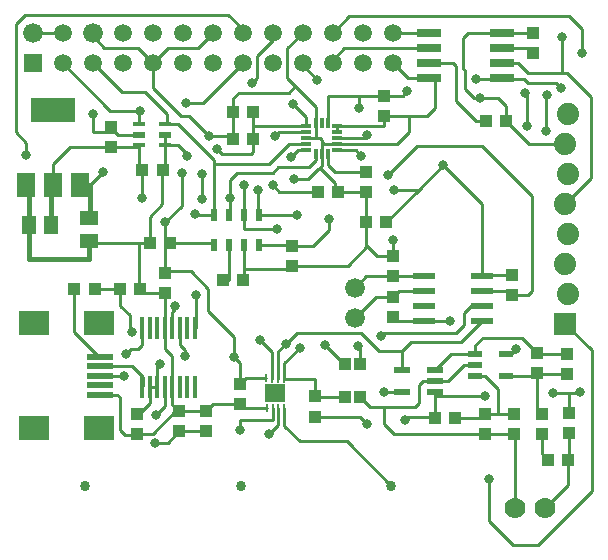
<source format=gbr>
G04 #@! TF.FileFunction,Copper,L1,Top,Signal*
%FSLAX46Y46*%
G04 Gerber Fmt 4.6, Leading zero omitted, Abs format (unit mm)*
G04 Created by KiCad (PCBNEW 4.0.0-rc2-stable) date 5/23/2016 2:13:21 PM*
%MOMM*%
G01*
G04 APERTURE LIST*
%ADD10C,0.100000*%
%ADD11R,0.965200X0.304800*%
%ADD12R,0.304800X0.965200*%
%ADD13R,1.000000X1.100000*%
%ADD14R,1.100000X1.000000*%
%ADD15R,0.508000X1.092200*%
%ADD16R,1.981200X0.558800*%
%ADD17C,1.676400*%
%ADD18R,1.498600X2.006600*%
%ADD19R,3.810000X2.006600*%
%ADD20R,1.500000X1.300000*%
%ADD21R,1.300000X1.500000*%
%ADD22R,0.280000X0.690000*%
%ADD23R,1.700000X1.500000*%
%ADD24C,0.863600*%
%ADD25R,1.200000X0.550000*%
%ADD26C,1.778000*%
%ADD27R,2.032000X0.660400*%
%ADD28R,2.500000X2.000000*%
%ADD29R,2.300000X0.500000*%
%ADD30R,0.355600X1.981200*%
%ADD31R,1.879600X1.879600*%
%ADD32C,1.879600*%
%ADD33R,1.100000X0.350000*%
%ADD34R,1.100000X0.600000*%
%ADD35R,1.508000X1.508000*%
%ADD36C,1.508000*%
%ADD37R,1.320800X0.558800*%
%ADD38C,0.804800*%
%ADD39C,0.254000*%
%ADD40C,0.406400*%
G04 APERTURE END LIST*
D10*
D11*
X148660300Y-90153000D03*
X148660300Y-90635600D03*
X148660300Y-91143600D03*
X148660300Y-91651600D03*
X148660300Y-92134200D03*
D12*
X149473100Y-92464400D03*
X149981100Y-92464400D03*
X150489100Y-92464400D03*
D11*
X151301900Y-92134200D03*
X151301900Y-91651600D03*
X151301900Y-91143600D03*
X151301900Y-90635600D03*
X151301900Y-90153000D03*
D12*
X150489100Y-89822800D03*
X149981100Y-89822800D03*
X149473100Y-89822800D03*
D13*
X155271100Y-89233600D03*
X155271100Y-87533600D03*
D14*
X151341100Y-95713600D03*
X149641100Y-95713600D03*
X142501100Y-91173600D03*
X144201100Y-91173600D03*
X142501100Y-88933600D03*
X144201100Y-88933600D03*
D13*
X153711100Y-95693600D03*
X153711100Y-93993600D03*
D15*
X140891500Y-100158200D03*
X142136100Y-100158200D03*
X143406100Y-100158200D03*
X144650700Y-100158200D03*
X144650700Y-97669000D03*
X143406100Y-97669000D03*
X142136100Y-97669000D03*
X140891500Y-97669000D03*
D14*
X135431100Y-100003600D03*
X137131100Y-100003600D03*
D13*
X147471100Y-101953600D03*
X147471100Y-100253600D03*
D14*
X141621100Y-103193600D03*
X143321100Y-103193600D03*
D16*
X158607300Y-102838600D03*
X158607300Y-104108600D03*
X158607300Y-105378600D03*
X158607300Y-106648600D03*
X163534900Y-106648600D03*
X163534900Y-105378600D03*
X163534900Y-104108600D03*
X163534900Y-102838600D03*
D14*
X166071100Y-104413600D03*
X166071100Y-102713600D03*
D17*
X152761100Y-106373600D03*
X152761100Y-103833600D03*
D13*
X156011100Y-101153600D03*
X156011100Y-102853600D03*
X156011100Y-106303600D03*
X156011100Y-104603600D03*
D14*
X153711100Y-98253600D03*
X155411100Y-98253600D03*
D18*
X124970500Y-95073200D03*
X127256500Y-95073200D03*
X129542500Y-95073200D03*
D19*
X127231100Y-88774000D03*
D20*
X130281100Y-97913600D03*
X130281100Y-99813600D03*
D21*
X127071100Y-98523600D03*
X125171100Y-98523600D03*
D14*
X136501100Y-93853600D03*
X134801100Y-93853600D03*
X132111100Y-90203600D03*
X132111100Y-91903600D03*
D22*
X145301100Y-111491600D03*
X145801100Y-111493600D03*
X146301100Y-111493600D03*
X146801100Y-111493600D03*
X145339100Y-113993600D03*
X145833100Y-113993600D03*
X146301100Y-113993600D03*
X146801100Y-113993600D03*
D23*
X146051100Y-112743600D03*
D13*
X143081100Y-113653600D03*
X143081100Y-111953600D03*
X136701100Y-104233600D03*
X136701100Y-102533600D03*
D14*
X149391100Y-113013600D03*
X149391100Y-114713600D03*
D24*
X155871100Y-120605600D03*
X143121100Y-120605600D03*
X129901100Y-120605600D03*
D25*
X162991000Y-109403600D03*
X162991000Y-110353600D03*
X162991000Y-111303600D03*
X165591200Y-111303600D03*
X165591200Y-109403600D03*
D13*
X161251100Y-114803600D03*
X159551100Y-114803600D03*
D14*
X163831100Y-116223600D03*
X163831100Y-114523600D03*
X168661100Y-114473600D03*
X168661100Y-116173600D03*
X170771100Y-109413600D03*
X170771100Y-111113600D03*
D13*
X168191100Y-111013600D03*
X168191100Y-109313600D03*
D14*
X170871100Y-118373600D03*
X169171100Y-118373600D03*
D13*
X166291100Y-114513600D03*
X166291100Y-116213600D03*
D26*
X168901100Y-122463600D03*
X166301100Y-122463600D03*
D27*
X159067700Y-82248600D03*
X165214500Y-82248600D03*
X159067700Y-83518600D03*
X159067700Y-84788600D03*
X165214500Y-83518600D03*
X165214500Y-84788600D03*
X159067700Y-86058600D03*
X165214500Y-86058600D03*
D13*
X163861100Y-89673600D03*
X165561100Y-89673600D03*
D14*
X167851100Y-83913600D03*
X167851100Y-82213600D03*
D13*
X137891100Y-115963600D03*
X137891100Y-114263600D03*
D14*
X129041100Y-103903600D03*
X130741100Y-103903600D03*
D13*
X140171100Y-115963600D03*
X140171100Y-114263600D03*
D14*
X132921100Y-103923600D03*
X134621100Y-103923600D03*
D13*
X134371100Y-114463600D03*
X134371100Y-116163600D03*
D28*
X131141100Y-115703600D03*
X131141100Y-106803600D03*
X125641100Y-115703600D03*
X125641100Y-106803600D03*
D29*
X131241100Y-111253600D03*
X131241100Y-112053600D03*
X131241100Y-110453600D03*
X131241100Y-109653600D03*
X131241100Y-112853600D03*
D30*
X139266300Y-107249800D03*
X138605900Y-107249800D03*
X137996300Y-107249800D03*
X137335900Y-107249800D03*
X136726300Y-107249800D03*
X136065900Y-107249800D03*
X135456300Y-107249800D03*
X134795900Y-107249800D03*
X134795900Y-112177400D03*
X135456300Y-112177400D03*
X136065900Y-112177400D03*
X136726300Y-112177400D03*
X137335900Y-112177400D03*
X137996300Y-112177400D03*
X138605900Y-112177400D03*
X139266300Y-112177400D03*
D31*
X170584100Y-106843600D03*
D32*
X170838100Y-104303600D03*
X170584100Y-101763600D03*
X170838100Y-99223600D03*
X170584100Y-96683600D03*
X170838100Y-94143600D03*
X170584100Y-91603600D03*
X170838100Y-89063600D03*
D33*
X136731100Y-89943600D03*
D34*
X136731100Y-90863600D03*
D33*
X136731100Y-91743600D03*
X134531100Y-89943600D03*
D34*
X134521100Y-90863600D03*
D33*
X134521100Y-91743600D03*
D35*
X125501100Y-84783600D03*
D17*
X125501100Y-82243600D03*
D36*
X128041100Y-84783600D03*
X128041100Y-82243600D03*
X130581100Y-84783600D03*
D17*
X130581100Y-82243600D03*
D36*
X133121100Y-84783600D03*
X133121100Y-82243600D03*
X135661100Y-84783600D03*
X135661100Y-82243600D03*
X138201100Y-84783600D03*
X138201100Y-82243600D03*
X140741100Y-84783600D03*
X140741100Y-82243600D03*
X143281100Y-84783600D03*
X143281100Y-82243600D03*
X145821100Y-84783600D03*
X145821100Y-82243600D03*
X148361100Y-84783600D03*
X148361100Y-82243600D03*
X150901100Y-84783600D03*
X150901100Y-82243600D03*
X153441100Y-84783600D03*
X153441100Y-82243600D03*
X155981100Y-84783600D03*
X155981100Y-82243600D03*
D13*
X151981100Y-113023600D03*
X153181100Y-113023600D03*
X153181100Y-110223600D03*
X151981100Y-110223600D03*
D14*
X170891100Y-116143600D03*
X170891100Y-114443600D03*
D37*
X159542700Y-112653400D03*
X159542700Y-111713600D03*
X159542700Y-110773800D03*
X156799500Y-110773800D03*
X156799500Y-112653400D03*
D38*
X138561100Y-92653600D03*
X140421100Y-90933600D03*
X156021100Y-99733600D03*
X160831100Y-106653600D03*
X147401100Y-92713600D03*
X147601100Y-94633600D03*
X145811100Y-95123600D03*
X146051100Y-90933600D03*
X139231100Y-97573600D03*
X144711100Y-108193600D03*
X155221100Y-112633600D03*
X155031100Y-107933600D03*
X134561100Y-88833600D03*
X142171100Y-96173600D03*
X146941100Y-108563600D03*
X136711100Y-98283600D03*
X134791100Y-96223600D03*
X147571100Y-88263600D03*
X153111100Y-88573600D03*
X157231100Y-87183600D03*
X163381100Y-87733600D03*
X142551100Y-109643600D03*
X153831100Y-115303600D03*
X169521100Y-112713600D03*
X157021100Y-115003600D03*
X141101100Y-92073600D03*
X138121100Y-94093600D03*
X150571100Y-97993600D03*
X163791100Y-112953600D03*
X166461100Y-108963600D03*
X171851100Y-112643600D03*
X160261100Y-93453600D03*
X156081100Y-95503600D03*
X131421100Y-93993600D03*
X148131100Y-108873600D03*
X143031100Y-115853600D03*
X145541100Y-116213600D03*
X149611100Y-86203600D03*
X163071100Y-86133600D03*
X170271100Y-86883600D03*
X170361100Y-82583600D03*
X137571100Y-105393600D03*
X139301100Y-104463600D03*
X133381100Y-109423600D03*
X133201100Y-111253600D03*
X133881100Y-107533600D03*
X135901100Y-116933600D03*
X135981100Y-114553600D03*
X136321100Y-110253600D03*
X138411100Y-109583600D03*
X153851100Y-90913600D03*
X144061100Y-86473600D03*
X153331100Y-92613600D03*
X143401100Y-95103600D03*
X146221100Y-98873600D03*
X150271100Y-108633600D03*
X138481100Y-88153600D03*
X130601100Y-89073600D03*
X155591100Y-94243600D03*
X139811100Y-96303600D03*
X139841100Y-94213600D03*
X124981100Y-92533600D03*
X164151100Y-120023600D03*
X167221100Y-87343600D03*
X167331100Y-90083600D03*
X172021100Y-83953600D03*
X169031100Y-87463600D03*
X168951100Y-90573600D03*
X144591100Y-95503600D03*
X147871100Y-97663600D03*
X153021100Y-108703600D03*
D39*
X159067700Y-86058600D02*
X157256100Y-86058600D01*
X157256100Y-86058600D02*
X155981100Y-84783600D01*
X159551100Y-86058600D02*
X159067700Y-86058600D01*
X140741100Y-82243600D02*
X140741100Y-82263600D01*
X140741100Y-82263600D02*
X139481100Y-83523600D01*
X139481100Y-83523600D02*
X136921100Y-83523600D01*
X136921100Y-83523600D02*
X135661100Y-84783600D01*
X147061100Y-86083600D02*
X147061100Y-83543600D01*
X147061100Y-83543600D02*
X148361100Y-82243600D01*
X143406100Y-100158200D02*
X143406100Y-102253600D01*
X143406100Y-102253600D02*
X143406100Y-103108600D01*
X143406100Y-103108600D02*
X143321100Y-103193600D01*
X147471100Y-101953600D02*
X147471100Y-102253600D01*
X147471100Y-102253600D02*
X143406100Y-102253600D01*
X135431100Y-100003600D02*
X134541100Y-100003600D01*
X134621100Y-103923600D02*
X134541100Y-103923600D01*
X134541100Y-103923600D02*
X134541100Y-100003600D01*
X136701100Y-104233600D02*
X134621100Y-104233600D01*
X134621100Y-104233600D02*
X134621100Y-103923600D01*
X136726300Y-107249800D02*
X136701100Y-107249800D01*
X136701100Y-107249800D02*
X136701100Y-104233600D01*
X136731100Y-90863600D02*
X136731100Y-91743600D01*
X136731100Y-91743600D02*
X136731100Y-91763600D01*
X136731100Y-91763600D02*
X137821100Y-91763600D01*
X137821100Y-91763600D02*
X138561100Y-92503600D01*
X138561100Y-92503600D02*
X138561100Y-92653600D01*
X140421100Y-90933600D02*
X142261100Y-90933600D01*
X142261100Y-90933600D02*
X142501100Y-91173600D01*
X142501100Y-91173600D02*
X142501100Y-88933600D01*
X151301900Y-90153000D02*
X155271100Y-90153000D01*
X155271100Y-90153000D02*
X155271100Y-89233600D01*
X149981100Y-92464400D02*
X149981100Y-91473600D01*
X149981100Y-91473600D02*
X149981100Y-91323600D01*
X149981100Y-91323600D02*
X149801100Y-91143600D01*
X149801100Y-91143600D02*
X149551100Y-91143600D01*
X149551100Y-91143600D02*
X148660300Y-91143600D01*
X151301900Y-91651600D02*
X150159100Y-91651600D01*
X150159100Y-91651600D02*
X149981100Y-91473600D01*
X149473100Y-89822800D02*
X149473100Y-91065600D01*
X149473100Y-91065600D02*
X149551100Y-91143600D01*
X135661100Y-84783600D02*
X135661100Y-86893600D01*
X135661100Y-86893600D02*
X138031100Y-89263600D01*
X138031100Y-89263600D02*
X138751100Y-89263600D01*
X138751100Y-89263600D02*
X140421100Y-90933600D01*
X155271100Y-89233600D02*
X157381100Y-89233600D01*
X157381100Y-89233600D02*
X158891100Y-89233600D01*
X158891100Y-89233600D02*
X159531100Y-88593600D01*
X159531100Y-88593600D02*
X159531100Y-86058600D01*
X159531100Y-86058600D02*
X159067700Y-86058600D01*
X156011100Y-101153600D02*
X154661100Y-101153600D01*
X154661100Y-101153600D02*
X153811100Y-100303600D01*
X153811100Y-100303600D02*
X153731100Y-100223600D01*
X153731100Y-100223600D02*
X153731100Y-98273600D01*
X153731100Y-98273600D02*
X153711100Y-98253600D01*
X156021100Y-99733600D02*
X156011100Y-99743600D01*
X156011100Y-99743600D02*
X156011100Y-101153600D01*
X158607300Y-106648600D02*
X156356100Y-106648600D01*
X156356100Y-106648600D02*
X156011100Y-106303600D01*
X158607300Y-106648600D02*
X160826100Y-106648600D01*
X160826100Y-106648600D02*
X160831100Y-106653600D01*
X147471100Y-101953600D02*
X152161100Y-101953600D01*
X152161100Y-101953600D02*
X153811100Y-100303600D01*
X153711100Y-98253600D02*
X153711100Y-95693600D01*
X153711100Y-95693600D02*
X151361100Y-95693600D01*
X151361100Y-95693600D02*
X151341100Y-95713600D01*
X149981100Y-92464400D02*
X149981100Y-93473600D01*
X151321100Y-95693600D02*
X151341100Y-95713600D01*
X135431100Y-100003600D02*
X135431100Y-97783600D01*
X135431100Y-97783600D02*
X136491100Y-96723600D01*
X136491100Y-96723600D02*
X136491100Y-93863600D01*
X136491100Y-93863600D02*
X136501100Y-93853600D01*
X147061100Y-86083600D02*
X147731100Y-86753600D01*
X147731100Y-86753600D02*
X149473100Y-88495600D01*
X149473100Y-88495600D02*
X149473100Y-89822800D01*
X148660300Y-92134200D02*
X147980500Y-92134200D01*
X147980500Y-92134200D02*
X147401100Y-92713600D01*
X147601100Y-94633600D02*
X148821100Y-94633600D01*
X148821100Y-94633600D02*
X149681100Y-93773600D01*
X149681100Y-93773600D02*
X149981100Y-93473600D01*
X130581100Y-82243600D02*
X130581100Y-82513600D01*
X130581100Y-82513600D02*
X131581100Y-83513600D01*
X131581100Y-83513600D02*
X134391100Y-83513600D01*
X134391100Y-83513600D02*
X135661100Y-84783600D01*
X142501100Y-91173600D02*
X142501100Y-87763600D01*
X142501100Y-87763600D02*
X142951100Y-87313600D01*
X142951100Y-87313600D02*
X147171100Y-87313600D01*
X147171100Y-87313600D02*
X147731100Y-86753600D01*
X145339100Y-113993600D02*
X143421100Y-113993600D01*
X143421100Y-113993600D02*
X143081100Y-113653600D01*
X137335900Y-112177400D02*
X137335900Y-109618400D01*
X137335900Y-109618400D02*
X136711100Y-108993600D01*
X136711100Y-108993600D02*
X136711100Y-107265000D01*
X136711100Y-107265000D02*
X136726300Y-107249800D01*
X131241100Y-112853600D02*
X132671100Y-112853600D01*
X132671100Y-112853600D02*
X132871100Y-113053600D01*
X132871100Y-113053600D02*
X132871100Y-115833600D01*
X132871100Y-115833600D02*
X133281100Y-116243600D01*
X133281100Y-116243600D02*
X134291100Y-116243600D01*
X134291100Y-116243600D02*
X134371100Y-116163600D01*
X162991000Y-110353600D02*
X162021100Y-110353600D01*
X162021100Y-110353600D02*
X160691100Y-111683600D01*
X160691100Y-111683600D02*
X159572700Y-111683600D01*
X159572700Y-111683600D02*
X159542700Y-111713600D01*
X159542700Y-111713600D02*
X158531100Y-111713600D01*
X158531100Y-111713600D02*
X158201100Y-112043600D01*
X158201100Y-112043600D02*
X158201100Y-113583600D01*
X158201100Y-113583600D02*
X157851100Y-113933600D01*
X157851100Y-113933600D02*
X155191100Y-113933600D01*
X155191100Y-113933600D02*
X154091100Y-113933600D01*
X154091100Y-113933600D02*
X153181100Y-113023600D01*
X166291100Y-116213600D02*
X163841100Y-116213600D01*
X163841100Y-116213600D02*
X163831100Y-116223600D01*
X166301100Y-122463600D02*
X166301100Y-116223600D01*
X166301100Y-116223600D02*
X166291100Y-116213600D01*
X163831100Y-116223600D02*
X156121100Y-116223600D01*
X156121100Y-116223600D02*
X155221100Y-115323600D01*
X155221100Y-115323600D02*
X155221100Y-113963600D01*
X155221100Y-113963600D02*
X155191100Y-113933600D01*
X151301900Y-90635600D02*
X151301900Y-90153000D01*
X137891100Y-114263600D02*
X140171100Y-114263600D01*
X143081100Y-113653600D02*
X140781100Y-113653600D01*
X140781100Y-113653600D02*
X140171100Y-114263600D01*
X137335900Y-112177400D02*
X137335900Y-113708400D01*
X137335900Y-113708400D02*
X137891100Y-114263600D01*
X134371100Y-116163600D02*
X135651100Y-116163600D01*
X135651100Y-116163600D02*
X137551100Y-114263600D01*
X137551100Y-114263600D02*
X137891100Y-114263600D01*
X136501100Y-93853600D02*
X136731100Y-93623600D01*
X136731100Y-93623600D02*
X136731100Y-91743600D01*
X151301900Y-91651600D02*
X156333100Y-91651600D01*
X156333100Y-91651600D02*
X157361100Y-90623600D01*
X157361100Y-90623600D02*
X157361100Y-89253600D01*
X157361100Y-89253600D02*
X157381100Y-89233600D01*
X124970500Y-98523600D02*
X125171100Y-98523600D01*
X151091100Y-94933600D02*
X151091100Y-95463600D01*
X151091100Y-95463600D02*
X151341100Y-95713600D01*
X151091100Y-94933600D02*
X149931100Y-93773600D01*
X149931100Y-93773600D02*
X149681100Y-93773600D01*
D40*
X124970500Y-95073200D02*
X125171100Y-95073200D01*
X125171100Y-95073200D02*
X125171100Y-98523600D01*
X125171100Y-98523600D02*
X125171100Y-101383600D01*
X125171100Y-101383600D02*
X130281100Y-101383600D01*
X130281100Y-101383600D02*
X130281100Y-99813600D01*
D39*
X134541100Y-100003600D02*
X130281100Y-100003600D01*
X130281100Y-100003600D02*
X130281100Y-99813600D01*
X149641100Y-95713600D02*
X146401100Y-95713600D01*
X146401100Y-95713600D02*
X145811100Y-95123600D01*
X146051100Y-90933600D02*
X146349100Y-90635600D01*
X146349100Y-90635600D02*
X148660300Y-90635600D01*
X140891500Y-97669000D02*
X140891500Y-93353600D01*
X140891500Y-93353600D02*
X140891500Y-93004000D01*
X140891500Y-93004000D02*
X137851100Y-89963600D01*
X137851100Y-89963600D02*
X136751100Y-89963600D01*
X136751100Y-89963600D02*
X136731100Y-89943600D01*
X130581100Y-84783600D02*
X133031100Y-87233600D01*
X133031100Y-87233600D02*
X135001100Y-87233600D01*
X135001100Y-87233600D02*
X136871100Y-89103600D01*
X136871100Y-89103600D02*
X136871100Y-89803600D01*
X136871100Y-89803600D02*
X136731100Y-89943600D01*
X145511100Y-93353600D02*
X147211100Y-91653600D01*
X147211100Y-91653600D02*
X148658300Y-91653600D01*
X148658300Y-91653600D02*
X148660300Y-91651600D01*
X140891500Y-97669000D02*
X139326500Y-97669000D01*
X139326500Y-97669000D02*
X139231100Y-97573600D01*
X145771100Y-111463600D02*
X145801100Y-111493600D01*
X156799500Y-112653400D02*
X155240900Y-112653400D01*
X155240900Y-112653400D02*
X155221100Y-112633600D01*
X163534900Y-105378600D02*
X162606100Y-105378600D01*
X162606100Y-105378600D02*
X162051100Y-105933600D01*
X162051100Y-105933600D02*
X162051100Y-106953600D01*
X162051100Y-106953600D02*
X161341100Y-107663600D01*
X161341100Y-107663600D02*
X155301100Y-107663600D01*
X155301100Y-107663600D02*
X155031100Y-107933600D01*
X145771100Y-111463600D02*
X145771100Y-109253600D01*
X145771100Y-109253600D02*
X144711100Y-108193600D01*
X145511100Y-93353600D02*
X140891500Y-93353600D01*
X134531100Y-89943600D02*
X134531100Y-88863600D01*
X134531100Y-88863600D02*
X134561100Y-88833600D01*
X142171100Y-96173600D02*
X142171100Y-97634000D01*
X142171100Y-97634000D02*
X142136100Y-97669000D01*
X128041100Y-84783600D02*
X132091100Y-88833600D01*
X132091100Y-88833600D02*
X134561100Y-88833600D01*
X148941100Y-93583600D02*
X149511100Y-93013600D01*
X149511100Y-93013600D02*
X149511100Y-92502400D01*
X149511100Y-92502400D02*
X149473100Y-92464400D01*
X156799500Y-110773800D02*
X156799500Y-109273600D01*
X156799500Y-109273600D02*
X156799500Y-109125200D01*
X156799500Y-109125200D02*
X157521100Y-108403600D01*
X157521100Y-108403600D02*
X161779900Y-108403600D01*
X161779900Y-108403600D02*
X163534900Y-106648600D01*
X146301100Y-111493600D02*
X146301100Y-109203600D01*
X146301100Y-109203600D02*
X146941100Y-108563600D01*
X147881100Y-107623600D02*
X146941100Y-108563600D01*
X148941100Y-93583600D02*
X146311100Y-93583600D01*
X146311100Y-93583600D02*
X145831100Y-94063600D01*
X145831100Y-94063600D02*
X142791100Y-94063600D01*
X142791100Y-94063600D02*
X142171100Y-94683600D01*
X142171100Y-94683600D02*
X142171100Y-96173600D01*
X147881100Y-107623600D02*
X153291100Y-107623600D01*
X153291100Y-107623600D02*
X154811100Y-109143600D01*
X154811100Y-109143600D02*
X156669500Y-109143600D01*
X156669500Y-109143600D02*
X156799500Y-109273600D01*
X150489100Y-92464400D02*
X150489100Y-93381600D01*
X150489100Y-93381600D02*
X151121100Y-94013600D01*
X151121100Y-94013600D02*
X153691100Y-94013600D01*
X153691100Y-94013600D02*
X153711100Y-93993600D01*
X142136100Y-100158200D02*
X142136100Y-103193600D01*
X142136100Y-103193600D02*
X141621100Y-103193600D01*
X165214500Y-82248600D02*
X167816100Y-82248600D01*
X167816100Y-82248600D02*
X167851100Y-82213600D01*
X127256500Y-98238200D02*
X127071100Y-98523600D01*
X132111100Y-91903600D02*
X128641100Y-91903600D01*
X128641100Y-91903600D02*
X127231100Y-93313600D01*
X127231100Y-93313600D02*
X127231100Y-94913600D01*
X127231100Y-94913600D02*
X127731100Y-95413600D01*
X127731100Y-95413600D02*
X127596900Y-95413600D01*
X127596900Y-95413600D02*
X127256500Y-95073200D01*
X147471100Y-100253600D02*
X147471100Y-100158200D01*
X147471100Y-100158200D02*
X144650700Y-100158200D01*
X140891500Y-100158200D02*
X140891500Y-100003600D01*
X140891500Y-100003600D02*
X137131100Y-100003600D01*
X136701100Y-102533600D02*
X136701100Y-100003600D01*
X136701100Y-100003600D02*
X137131100Y-100003600D01*
X134801100Y-93853600D02*
X134521100Y-93573600D01*
X134521100Y-93573600D02*
X134521100Y-91743600D01*
X134521100Y-91743600D02*
X134521100Y-91903600D01*
X134521100Y-91903600D02*
X132111100Y-91903600D01*
X144201100Y-91173600D02*
X144201100Y-90093600D01*
X144201100Y-90093600D02*
X144201100Y-88933600D01*
X148660300Y-90153000D02*
X148660300Y-90093600D01*
X148660300Y-90093600D02*
X144201100Y-90093600D01*
X155271100Y-87533600D02*
X153111100Y-87533600D01*
X153111100Y-87533600D02*
X150489100Y-87533600D01*
X150489100Y-87533600D02*
X150489100Y-89822800D01*
X136701100Y-100003600D02*
X136701100Y-98293600D01*
X136701100Y-98293600D02*
X136711100Y-98283600D01*
X134791100Y-96223600D02*
X134791100Y-93863600D01*
X134791100Y-93863600D02*
X134801100Y-93853600D01*
X148660300Y-90153000D02*
X148660300Y-89352800D01*
X148660300Y-89352800D02*
X147571100Y-88263600D01*
X153111100Y-88573600D02*
X153111100Y-87533600D01*
X155271100Y-87533600D02*
X156881100Y-87533600D01*
X156881100Y-87533600D02*
X157231100Y-87183600D01*
X163381100Y-87733600D02*
X164881100Y-87733600D01*
X164881100Y-87733600D02*
X165541100Y-88393600D01*
X165541100Y-88393600D02*
X165541100Y-89653600D01*
X165541100Y-89653600D02*
X165561100Y-89673600D01*
X145301100Y-111491600D02*
X143543100Y-111491600D01*
X143543100Y-111491600D02*
X143081100Y-111953600D01*
X138921100Y-102403600D02*
X136831100Y-102403600D01*
X136831100Y-102403600D02*
X136701100Y-102533600D01*
X159542700Y-112653400D02*
X159542700Y-114795200D01*
X159542700Y-114795200D02*
X159551100Y-114803600D01*
X159551100Y-114803600D02*
X159461100Y-114713600D01*
X170891100Y-114443600D02*
X170891100Y-112713600D01*
X170891100Y-112713600D02*
X169521100Y-112713600D01*
X159461100Y-114713600D02*
X157311100Y-114713600D01*
X157311100Y-114713600D02*
X157021100Y-115003600D01*
X170584100Y-91603600D02*
X167491100Y-91603600D01*
X167491100Y-91603600D02*
X165561100Y-89673600D01*
X162081100Y-85382000D02*
X162081100Y-86953600D01*
X162081100Y-86953600D02*
X162861100Y-87733600D01*
X162861100Y-87733600D02*
X163381100Y-87733600D01*
X144201100Y-91173600D02*
X144201100Y-92303600D01*
X144201100Y-92303600D02*
X143981100Y-92523600D01*
X143981100Y-92523600D02*
X141551100Y-92523600D01*
X141551100Y-92523600D02*
X141101100Y-92073600D01*
X138121100Y-96873600D02*
X136711100Y-98283600D01*
X159542700Y-112653400D02*
X159852900Y-112963600D01*
X165214500Y-82248600D02*
X162396100Y-82248600D01*
X162396100Y-82248600D02*
X161981100Y-82663600D01*
X161981100Y-82663600D02*
X161981100Y-85282000D01*
X161981100Y-85282000D02*
X162081100Y-85382000D01*
X159852900Y-112963600D02*
X163781100Y-112963600D01*
X163781100Y-112963600D02*
X163791100Y-112953600D01*
X165591200Y-109403600D02*
X166021100Y-109403600D01*
X166021100Y-109403600D02*
X166461100Y-108963600D01*
X138921100Y-102403600D02*
X140391100Y-103873600D01*
X140391100Y-103873600D02*
X140391100Y-105793600D01*
X140391100Y-105793600D02*
X142551100Y-107953600D01*
X142551100Y-107953600D02*
X142551100Y-109643600D01*
X171851100Y-112643600D02*
X171781100Y-112713600D01*
X171781100Y-112713600D02*
X170891100Y-112713600D01*
X149271100Y-100253600D02*
X147471100Y-100253600D01*
X149391100Y-114713600D02*
X153241100Y-114713600D01*
X153241100Y-114713600D02*
X153831100Y-115303600D01*
X150571100Y-97993600D02*
X150571100Y-98953600D01*
X150571100Y-98953600D02*
X149271100Y-100253600D01*
X142551100Y-109643600D02*
X143081100Y-110173600D01*
X143081100Y-110173600D02*
X143081100Y-111953600D01*
X138121100Y-96873600D02*
X138121100Y-94093600D01*
D40*
X127256500Y-95073200D02*
X127071100Y-95073200D01*
X127071100Y-95073200D02*
X127071100Y-98523600D01*
D39*
X155411100Y-98253600D02*
X155461100Y-98253600D01*
X155461100Y-98253600D02*
X158211100Y-95503600D01*
X158211100Y-95503600D02*
X160261100Y-93453600D01*
X166071100Y-102713600D02*
X163659900Y-102713600D01*
X163659900Y-102713600D02*
X163534900Y-102838600D01*
X156081100Y-95503600D02*
X158211100Y-95503600D01*
X163534900Y-102838600D02*
X163534900Y-96727400D01*
X163534900Y-96727400D02*
X160261100Y-93453600D01*
X156011100Y-104603600D02*
X154531100Y-104603600D01*
X154531100Y-104603600D02*
X152761100Y-106373600D01*
X158607300Y-104108600D02*
X156506100Y-104108600D01*
X156506100Y-104108600D02*
X156011100Y-104603600D01*
X156011100Y-102853600D02*
X153741100Y-102853600D01*
X153741100Y-102853600D02*
X152761100Y-103833600D01*
X158607300Y-102838600D02*
X156026100Y-102838600D01*
X156026100Y-102838600D02*
X156011100Y-102853600D01*
X125501100Y-82243600D02*
X128041100Y-82243600D01*
X129542500Y-95073200D02*
X130341500Y-95073200D01*
X130341500Y-95073200D02*
X131421100Y-93993600D01*
D40*
X130281100Y-97913600D02*
X130341500Y-97853200D01*
X130341500Y-97853200D02*
X130341500Y-95073200D01*
D39*
X149391100Y-113013600D02*
X149401100Y-113023600D01*
X149401100Y-113023600D02*
X151981100Y-113023600D01*
X146801100Y-111493600D02*
X149391100Y-111493600D01*
X149391100Y-111493600D02*
X149391100Y-113013600D01*
X146801100Y-111493600D02*
X146801100Y-110203600D01*
X146801100Y-110203600D02*
X148131100Y-108873600D01*
X155871100Y-120605600D02*
X152079100Y-116813600D01*
X152079100Y-116813600D02*
X148101100Y-116813600D01*
X148101100Y-116813600D02*
X146801100Y-115513600D01*
X146801100Y-115513600D02*
X146801100Y-113993600D01*
X145833100Y-113993600D02*
X145841100Y-113993600D01*
X145841100Y-113993600D02*
X145841100Y-115003600D01*
X145841100Y-115003600D02*
X143031100Y-115003600D01*
X143031100Y-115003600D02*
X143031100Y-115853600D01*
X146301100Y-113993600D02*
X146301100Y-115453600D01*
X146301100Y-115453600D02*
X145541100Y-116213600D01*
X170871100Y-118373600D02*
X170891100Y-118353600D01*
X170891100Y-118353600D02*
X170891100Y-116143600D01*
X170871100Y-118373600D02*
X170871100Y-120493600D01*
X170871100Y-120493600D02*
X168901100Y-122463600D01*
X170771100Y-111113600D02*
X168291100Y-111113600D01*
X168291100Y-111113600D02*
X168191100Y-111013600D01*
X168661100Y-114473600D02*
X168191100Y-114003600D01*
X168191100Y-114003600D02*
X168191100Y-111013600D01*
X165591200Y-111303600D02*
X167901100Y-111303600D01*
X167901100Y-111303600D02*
X168191100Y-111013600D01*
X169171100Y-118373600D02*
X168661100Y-117863600D01*
X168661100Y-117863600D02*
X168661100Y-116173600D01*
X161251100Y-114803600D02*
X163551100Y-114803600D01*
X163551100Y-114803600D02*
X163831100Y-114523600D01*
X163831100Y-114523600D02*
X164871100Y-114523600D01*
X164871100Y-114523600D02*
X166281100Y-114523600D01*
X166281100Y-114523600D02*
X166291100Y-114513600D01*
X162991000Y-111303600D02*
X163831100Y-111303600D01*
X163831100Y-111303600D02*
X164941100Y-112413600D01*
X164941100Y-112413600D02*
X164941100Y-114453600D01*
X164941100Y-114453600D02*
X164871100Y-114523600D01*
X162991000Y-109403600D02*
X160912900Y-109403600D01*
X160912900Y-109403600D02*
X159542700Y-110773800D01*
X162991000Y-109403600D02*
X162991000Y-108673700D01*
X162991000Y-108673700D02*
X163631100Y-108033600D01*
X163631100Y-108033600D02*
X166911100Y-108033600D01*
X166911100Y-108033600D02*
X168191100Y-109313600D01*
X170771100Y-109413600D02*
X168291100Y-109413600D01*
X168291100Y-109413600D02*
X168191100Y-109313600D01*
X150901100Y-84783600D02*
X150901100Y-84493600D01*
X150901100Y-84493600D02*
X151851100Y-83543600D01*
X151851100Y-83543600D02*
X159042700Y-83543600D01*
X159042700Y-83543600D02*
X159067700Y-83518600D01*
X148361100Y-84783600D02*
X148361100Y-84953600D01*
X148361100Y-84953600D02*
X149611100Y-86203600D01*
X163071100Y-86133600D02*
X165139500Y-86133600D01*
X165139500Y-86133600D02*
X165214500Y-86058600D01*
X165139500Y-86133600D02*
X167111100Y-86133600D01*
X167111100Y-86133600D02*
X167421100Y-86443600D01*
X167421100Y-86443600D02*
X169831100Y-86443600D01*
X169831100Y-86443600D02*
X170271100Y-86883600D01*
X165214500Y-84788600D02*
X166576100Y-84788600D01*
X166576100Y-84788600D02*
X167451100Y-85663600D01*
X167451100Y-85663600D02*
X170321100Y-85663600D01*
X170321100Y-85663600D02*
X170731100Y-85663600D01*
X170731100Y-85663600D02*
X172751100Y-87683600D01*
X172751100Y-87683600D02*
X172751100Y-94516600D01*
X172751100Y-94516600D02*
X170584100Y-96683600D01*
X170361100Y-82583600D02*
X170321100Y-85663600D01*
X161321100Y-84993600D02*
X161116100Y-84788600D01*
X161116100Y-84788600D02*
X159067700Y-84788600D01*
X163861100Y-89673600D02*
X163021100Y-89673600D01*
X163021100Y-89673600D02*
X161321100Y-87973600D01*
X161321100Y-87973600D02*
X161321100Y-84993600D01*
X165214500Y-83518600D02*
X167456100Y-83518600D01*
X167456100Y-83518600D02*
X167851100Y-83913600D01*
X137571100Y-105393600D02*
X137571100Y-105593600D01*
X137571100Y-105593600D02*
X137331100Y-105833600D01*
X137331100Y-105833600D02*
X137331100Y-107245000D01*
X137331100Y-107245000D02*
X137335900Y-107249800D01*
X139301100Y-104463600D02*
X139301100Y-107215000D01*
X139301100Y-107215000D02*
X139266300Y-107249800D01*
X155981100Y-82243600D02*
X159062700Y-82243600D01*
X159062700Y-82243600D02*
X159067700Y-82248600D01*
X134795900Y-107249800D02*
X134795900Y-108628800D01*
X134795900Y-108628800D02*
X134451100Y-108973600D01*
X134451100Y-108973600D02*
X133831100Y-108973600D01*
X133831100Y-108973600D02*
X133381100Y-109423600D01*
X133201100Y-111253600D02*
X131241100Y-111253600D01*
X131241100Y-110453600D02*
X133901100Y-110453600D01*
X133901100Y-110453600D02*
X134811100Y-111363600D01*
X134811100Y-111363600D02*
X134811100Y-112162200D01*
X134811100Y-112162200D02*
X134795900Y-112177400D01*
X129041100Y-103903600D02*
X129041100Y-107583600D01*
X129041100Y-107583600D02*
X131111100Y-109653600D01*
X131111100Y-109653600D02*
X131241100Y-109653600D01*
X132921100Y-103923600D02*
X132901100Y-103903600D01*
X132901100Y-103903600D02*
X130741100Y-103903600D01*
X132921100Y-103923600D02*
X132921100Y-105323600D01*
X132921100Y-105323600D02*
X133731100Y-106133600D01*
X133731100Y-106133600D02*
X133731100Y-107383600D01*
X133731100Y-107383600D02*
X133881100Y-107533600D01*
X136726300Y-112177400D02*
X136726300Y-113808400D01*
X136726300Y-113808400D02*
X135981100Y-114553600D01*
X135901100Y-116933600D02*
X136921100Y-116933600D01*
X136921100Y-116933600D02*
X137891100Y-115963600D01*
X137891100Y-115963600D02*
X140171100Y-115963600D01*
X136065900Y-112177400D02*
X135456300Y-112177400D01*
X134371100Y-114463600D02*
X134501100Y-114463600D01*
X134501100Y-114463600D02*
X135431100Y-113533600D01*
X135431100Y-113533600D02*
X135431100Y-112202600D01*
X135431100Y-112202600D02*
X135456300Y-112177400D01*
X136065900Y-112177400D02*
X136065900Y-110508800D01*
X136065900Y-110508800D02*
X136321100Y-110253600D01*
X138411100Y-109583600D02*
X138411100Y-109063600D01*
X138411100Y-109063600D02*
X137971100Y-108623600D01*
X137971100Y-108623600D02*
X137971100Y-107275000D01*
X137971100Y-107275000D02*
X137996300Y-107249800D01*
X151311900Y-91153600D02*
X151301900Y-91143600D01*
X151311900Y-91153600D02*
X153611100Y-91153600D01*
X153611100Y-91153600D02*
X153851100Y-90913600D01*
X145821100Y-82243600D02*
X145821100Y-82873600D01*
X145821100Y-82873600D02*
X144481100Y-84213600D01*
X144481100Y-84213600D02*
X144481100Y-86053600D01*
X144481100Y-86053600D02*
X144061100Y-86473600D01*
X153331100Y-92613600D02*
X152851700Y-92134200D01*
X152851700Y-92134200D02*
X151301900Y-92134200D01*
X143406100Y-97669000D02*
X143406100Y-98873600D01*
X143406100Y-98873600D02*
X146221100Y-98873600D01*
X150271100Y-108633600D02*
X151861100Y-110223600D01*
X151861100Y-110223600D02*
X151981100Y-110223600D01*
X143406100Y-97669000D02*
X143401100Y-97664000D01*
X143401100Y-97664000D02*
X143401100Y-95103600D01*
X134521100Y-90863600D02*
X132771100Y-90863600D01*
X132771100Y-90863600D02*
X132496100Y-90588600D01*
X132496100Y-90588600D02*
X132111100Y-90203600D01*
X143281100Y-84783600D02*
X139911100Y-88153600D01*
X130601100Y-89073600D02*
X130601100Y-90588600D01*
X130601100Y-90588600D02*
X132496100Y-90588600D01*
X138481100Y-88153600D02*
X139911100Y-88153600D01*
X163534900Y-104108600D02*
X165766100Y-104108600D01*
X165766100Y-104108600D02*
X166071100Y-104413600D01*
X166071100Y-104413600D02*
X167411100Y-104413600D01*
X167411100Y-104413600D02*
X167781100Y-104043600D01*
X167781100Y-104043600D02*
X167781100Y-96033600D01*
X167781100Y-96033600D02*
X163561100Y-91813600D01*
X163561100Y-91813600D02*
X158021100Y-91813600D01*
X158021100Y-91813600D02*
X155591100Y-94243600D01*
X139811100Y-96303600D02*
X139811100Y-94243600D01*
X139811100Y-94243600D02*
X139841100Y-94213600D01*
X143281100Y-82243600D02*
X143281100Y-81923600D01*
X143281100Y-81923600D02*
X142061100Y-80703600D01*
X142061100Y-80703600D02*
X124831100Y-80703600D01*
X164151100Y-120023600D02*
X164151100Y-123553600D01*
X164151100Y-123553600D02*
X166201100Y-125603600D01*
X166201100Y-125603600D02*
X168291100Y-125603600D01*
X168291100Y-125603600D02*
X172851100Y-121043600D01*
X172851100Y-121043600D02*
X172851100Y-109110600D01*
X172851100Y-109110600D02*
X170584100Y-106843600D01*
X124831100Y-80703600D02*
X124091100Y-81443600D01*
X124091100Y-81443600D02*
X124091100Y-90643600D01*
X124091100Y-90643600D02*
X124981100Y-91533600D01*
X124981100Y-91533600D02*
X124981100Y-92533600D01*
X167221100Y-87343600D02*
X167331100Y-87453600D01*
X167331100Y-87453600D02*
X167331100Y-90083600D01*
X150901100Y-82243600D02*
X152301100Y-80843600D01*
X152301100Y-80843600D02*
X170921100Y-80843600D01*
X170921100Y-80843600D02*
X172021100Y-81943600D01*
X172021100Y-81943600D02*
X172021100Y-83953600D01*
X169031100Y-87463600D02*
X168951100Y-87543600D01*
X168951100Y-87543600D02*
X168951100Y-90573600D01*
X144591100Y-95503600D02*
X144591100Y-97609400D01*
X144591100Y-97609400D02*
X144650700Y-97669000D01*
X153021100Y-108703600D02*
X153181100Y-108863600D01*
X153181100Y-108863600D02*
X153181100Y-110223600D01*
X144650700Y-97669000D02*
X147871100Y-97669000D01*
X147871100Y-97669000D02*
X147871100Y-97663600D01*
M02*

</source>
